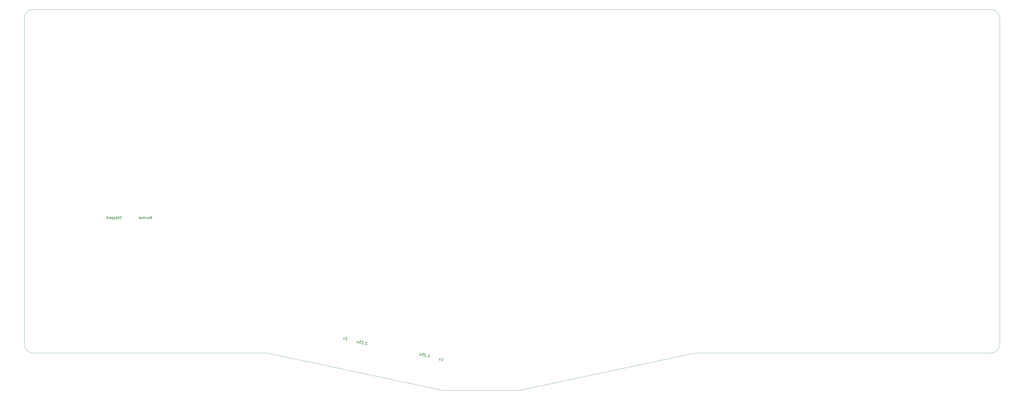
<source format=gbr>
%TF.GenerationSoftware,KiCad,Pcbnew,5.1.7-a382d34a8~88~ubuntu20.04.1*%
%TF.CreationDate,2021-02-22T02:05:46+01:00*%
%TF.ProjectId,basketweave,6261736b-6574-4776-9561-76652e6b6963,rev?*%
%TF.SameCoordinates,Original*%
%TF.FileFunction,Legend,Bot*%
%TF.FilePolarity,Positive*%
%FSLAX46Y46*%
G04 Gerber Fmt 4.6, Leading zero omitted, Abs format (unit mm)*
G04 Created by KiCad (PCBNEW 5.1.7-a382d34a8~88~ubuntu20.04.1) date 2021-02-22 02:05:46*
%MOMM*%
%LPD*%
G01*
G04 APERTURE LIST*
%ADD10C,0.200000*%
%TA.AperFunction,Profile*%
%ADD11C,0.050000*%
%TD*%
G04 APERTURE END LIST*
D10*
X73866071Y-159996130D02*
X73866071Y-158996130D01*
X73294642Y-159996130D01*
X73294642Y-158996130D01*
X72675595Y-159996130D02*
X72770833Y-159948511D01*
X72818452Y-159900892D01*
X72866071Y-159805654D01*
X72866071Y-159519940D01*
X72818452Y-159424702D01*
X72770833Y-159377083D01*
X72675595Y-159329464D01*
X72532738Y-159329464D01*
X72437500Y-159377083D01*
X72389880Y-159424702D01*
X72342261Y-159519940D01*
X72342261Y-159805654D01*
X72389880Y-159900892D01*
X72437500Y-159948511D01*
X72532738Y-159996130D01*
X72675595Y-159996130D01*
X71913690Y-159996130D02*
X71913690Y-159329464D01*
X71913690Y-159519940D02*
X71866071Y-159424702D01*
X71818452Y-159377083D01*
X71723214Y-159329464D01*
X71627976Y-159329464D01*
X71294642Y-159996130D02*
X71294642Y-159329464D01*
X71294642Y-159424702D02*
X71247023Y-159377083D01*
X71151785Y-159329464D01*
X71008928Y-159329464D01*
X70913690Y-159377083D01*
X70866071Y-159472321D01*
X70866071Y-159996130D01*
X70866071Y-159472321D02*
X70818452Y-159377083D01*
X70723214Y-159329464D01*
X70580357Y-159329464D01*
X70485119Y-159377083D01*
X70437500Y-159472321D01*
X70437500Y-159996130D01*
X69532738Y-159996130D02*
X69532738Y-159472321D01*
X69580357Y-159377083D01*
X69675595Y-159329464D01*
X69866071Y-159329464D01*
X69961309Y-159377083D01*
X69532738Y-159948511D02*
X69627976Y-159996130D01*
X69866071Y-159996130D01*
X69961309Y-159948511D01*
X70008928Y-159853273D01*
X70008928Y-159758035D01*
X69961309Y-159662797D01*
X69866071Y-159615178D01*
X69627976Y-159615178D01*
X69532738Y-159567559D01*
X68913690Y-159996130D02*
X69008928Y-159948511D01*
X69056547Y-159853273D01*
X69056547Y-158996130D01*
X62316964Y-159948511D02*
X62174107Y-159996130D01*
X61936011Y-159996130D01*
X61840773Y-159948511D01*
X61793154Y-159900892D01*
X61745535Y-159805654D01*
X61745535Y-159710416D01*
X61793154Y-159615178D01*
X61840773Y-159567559D01*
X61936011Y-159519940D01*
X62126488Y-159472321D01*
X62221726Y-159424702D01*
X62269345Y-159377083D01*
X62316964Y-159281845D01*
X62316964Y-159186607D01*
X62269345Y-159091369D01*
X62221726Y-159043750D01*
X62126488Y-158996130D01*
X61888392Y-158996130D01*
X61745535Y-159043750D01*
X61459821Y-159329464D02*
X61078869Y-159329464D01*
X61316964Y-158996130D02*
X61316964Y-159853273D01*
X61269345Y-159948511D01*
X61174107Y-159996130D01*
X61078869Y-159996130D01*
X60364583Y-159948511D02*
X60459821Y-159996130D01*
X60650297Y-159996130D01*
X60745535Y-159948511D01*
X60793154Y-159853273D01*
X60793154Y-159472321D01*
X60745535Y-159377083D01*
X60650297Y-159329464D01*
X60459821Y-159329464D01*
X60364583Y-159377083D01*
X60316964Y-159472321D01*
X60316964Y-159567559D01*
X60793154Y-159662797D01*
X59888392Y-159329464D02*
X59888392Y-160329464D01*
X59888392Y-159377083D02*
X59793154Y-159329464D01*
X59602678Y-159329464D01*
X59507440Y-159377083D01*
X59459821Y-159424702D01*
X59412202Y-159519940D01*
X59412202Y-159805654D01*
X59459821Y-159900892D01*
X59507440Y-159948511D01*
X59602678Y-159996130D01*
X59793154Y-159996130D01*
X59888392Y-159948511D01*
X58983630Y-159329464D02*
X58983630Y-160329464D01*
X58983630Y-159377083D02*
X58888392Y-159329464D01*
X58697916Y-159329464D01*
X58602678Y-159377083D01*
X58555059Y-159424702D01*
X58507440Y-159519940D01*
X58507440Y-159805654D01*
X58555059Y-159900892D01*
X58602678Y-159948511D01*
X58697916Y-159996130D01*
X58888392Y-159996130D01*
X58983630Y-159948511D01*
X57697916Y-159948511D02*
X57793154Y-159996130D01*
X57983630Y-159996130D01*
X58078869Y-159948511D01*
X58126488Y-159853273D01*
X58126488Y-159472321D01*
X58078869Y-159377083D01*
X57983630Y-159329464D01*
X57793154Y-159329464D01*
X57697916Y-159377083D01*
X57650297Y-159472321D01*
X57650297Y-159567559D01*
X58126488Y-159662797D01*
X56793154Y-159996130D02*
X56793154Y-158996130D01*
X56793154Y-159948511D02*
X56888392Y-159996130D01*
X57078869Y-159996130D01*
X57174107Y-159948511D01*
X57221726Y-159900892D01*
X57269345Y-159805654D01*
X57269345Y-159519940D01*
X57221726Y-159424702D01*
X57174107Y-159377083D01*
X57078869Y-159329464D01*
X56888392Y-159329464D01*
X56793154Y-159377083D01*
X184218969Y-213995897D02*
X184777910Y-214114703D01*
X184498440Y-214055300D02*
X184706351Y-213077153D01*
X184769806Y-213236689D01*
X184843162Y-213349647D01*
X184926419Y-213416027D01*
X183519164Y-213165588D02*
X183380557Y-213817687D01*
X183938370Y-213254693D02*
X183829464Y-213767056D01*
X183763085Y-213850313D01*
X183660027Y-213877090D01*
X183520292Y-213847388D01*
X183437036Y-213781009D01*
X183400358Y-213724530D01*
X179033430Y-212655911D02*
X179592372Y-212774717D01*
X179312901Y-212715314D02*
X179520813Y-211737166D01*
X179584268Y-211896703D01*
X179657624Y-212009661D01*
X179740880Y-212076041D01*
X178634025Y-212473649D02*
X178577546Y-212510327D01*
X178614224Y-212566806D01*
X178670703Y-212530128D01*
X178634025Y-212473649D01*
X178614224Y-212566806D01*
X178383129Y-211592710D02*
X178346451Y-211536231D01*
X178263194Y-211469851D01*
X178030302Y-211420349D01*
X177927245Y-211447126D01*
X177870766Y-211483804D01*
X177804386Y-211567060D01*
X177784585Y-211660217D01*
X177801462Y-211809853D01*
X178241596Y-212487601D01*
X177636077Y-212358894D01*
X176958998Y-211192636D02*
X177424782Y-211291641D01*
X177372355Y-211767327D01*
X177335677Y-211710848D01*
X177252421Y-211644468D01*
X177019528Y-211594965D01*
X176916471Y-211621743D01*
X176859992Y-211658420D01*
X176793612Y-211741677D01*
X176744110Y-211974569D01*
X176770887Y-212077627D01*
X176807565Y-212134106D01*
X176890821Y-212200485D01*
X177123713Y-212249988D01*
X177226771Y-212223211D01*
X177283250Y-212186533D01*
X176004703Y-211330574D02*
X175866095Y-211982673D01*
X176423909Y-211419679D02*
X176315003Y-211932042D01*
X176248623Y-212015299D01*
X176145566Y-212042076D01*
X176005831Y-212012375D01*
X175922574Y-211945995D01*
X175885896Y-211889516D01*
X155967982Y-207127227D02*
X155931304Y-207070748D01*
X155848048Y-207004368D01*
X155615156Y-206954865D01*
X155512098Y-206981643D01*
X155455619Y-207018321D01*
X155389240Y-207101577D01*
X155369439Y-207194734D01*
X155386315Y-207344370D01*
X155826450Y-208022118D01*
X155220930Y-207893411D01*
X154821525Y-207711149D02*
X154765046Y-207747827D01*
X154801724Y-207804306D01*
X154858203Y-207767628D01*
X154821525Y-207711149D01*
X154801724Y-207804306D01*
X154570629Y-206830210D02*
X154533951Y-206773731D01*
X154450694Y-206707351D01*
X154217802Y-206657849D01*
X154114745Y-206684626D01*
X154058266Y-206721304D01*
X153991886Y-206804560D01*
X153972085Y-206897717D01*
X153988962Y-207047353D01*
X154429096Y-207725101D01*
X153823577Y-207596394D01*
X153146498Y-206430136D02*
X153612282Y-206529141D01*
X153559855Y-207004827D01*
X153523177Y-206948348D01*
X153439921Y-206881968D01*
X153207028Y-206832465D01*
X153103971Y-206859243D01*
X153047492Y-206895920D01*
X152981112Y-206979177D01*
X152931610Y-207212069D01*
X152958387Y-207315127D01*
X152995065Y-207371606D01*
X153078321Y-207437985D01*
X153311213Y-207487488D01*
X153414271Y-207460711D01*
X153470750Y-207424033D01*
X152192203Y-206568074D02*
X152053595Y-207220173D01*
X152611409Y-206657179D02*
X152502503Y-207169542D01*
X152436123Y-207252799D01*
X152333066Y-207279576D01*
X152193331Y-207249875D01*
X152110074Y-207183495D01*
X152073396Y-207127016D01*
X148453521Y-205292213D02*
X148416843Y-205235734D01*
X148333587Y-205169354D01*
X148100694Y-205119851D01*
X147997637Y-205146629D01*
X147941158Y-205183307D01*
X147874778Y-205266563D01*
X147854977Y-205359720D01*
X147871854Y-205509356D01*
X148311989Y-206187104D01*
X147706469Y-206058397D01*
X147006664Y-205228088D02*
X146868057Y-205880187D01*
X147425870Y-205317193D02*
X147316964Y-205829556D01*
X147250585Y-205912813D01*
X147147527Y-205939590D01*
X147007792Y-205909888D01*
X146924536Y-205843509D01*
X146887858Y-205787030D01*
D11*
X25400000Y-83343750D02*
G75*
G02*
X28575000Y-80168750I3175000J0D01*
G01*
X184943750Y-225425000D02*
X213518750Y-225425000D01*
X28575000Y-211137500D02*
G75*
G02*
X25400000Y-207962500I0J3175000D01*
G01*
X396875000Y-207962500D02*
G75*
G02*
X393700000Y-211137500I-3175000J0D01*
G01*
X393700000Y-80168750D02*
G75*
G02*
X396875000Y-83343750I0J-3175000D01*
G01*
X280987500Y-211137500D02*
X213518750Y-225425000D01*
X393700000Y-211137500D02*
X280987500Y-211137500D01*
X117824250Y-211137500D02*
X184943750Y-225425000D01*
X28575000Y-211137500D02*
X117824250Y-211137500D01*
X396875000Y-83343750D02*
X396875000Y-207962500D01*
X28575000Y-80168750D02*
X393700000Y-80168750D01*
X25400000Y-83343750D02*
X25400000Y-207962500D01*
M02*

</source>
